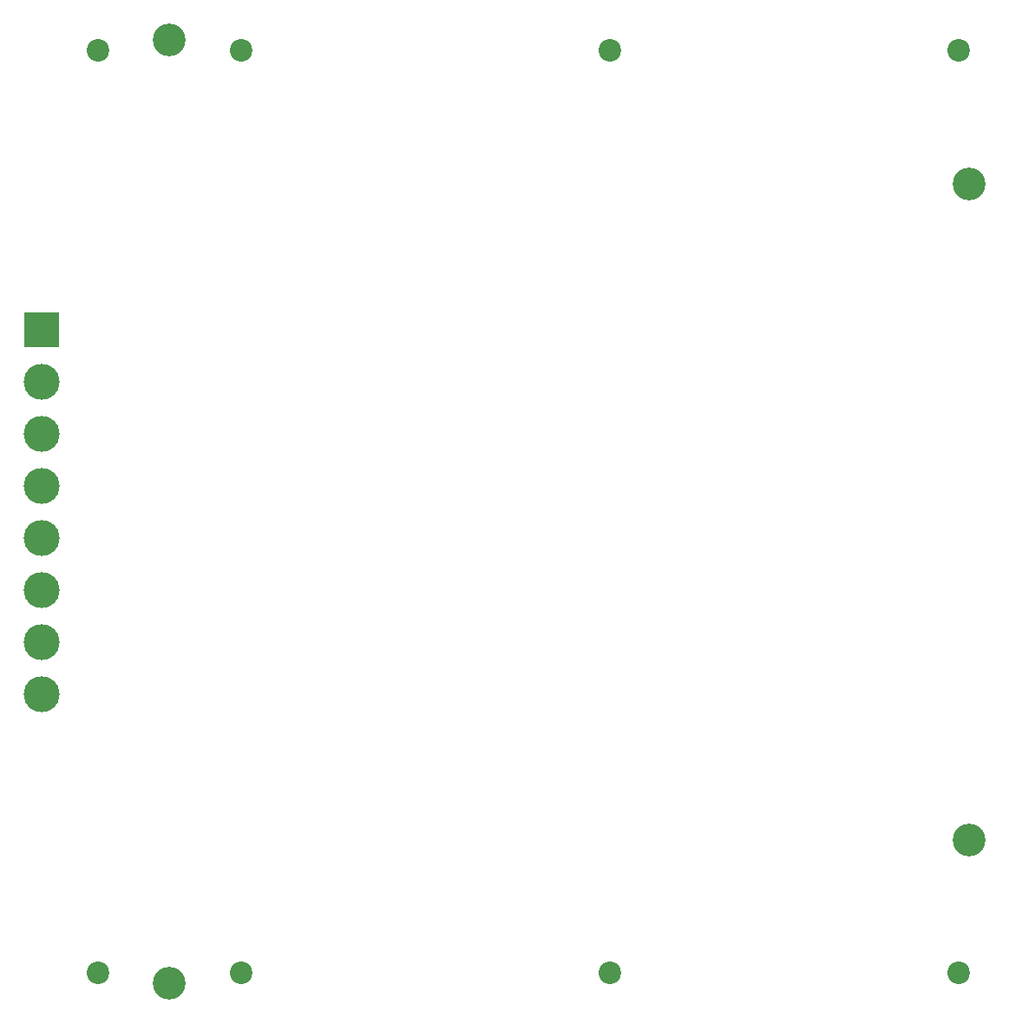
<source format=gbr>
%TF.GenerationSoftware,KiCad,Pcbnew,8.0.3-8.0.3-0~ubuntu22.04.1*%
%TF.CreationDate,2024-10-28T10:53:40+03:00*%
%TF.ProjectId,PM-AI1-W,504d2d41-4931-42d5-972e-6b696361645f,rev?*%
%TF.SameCoordinates,Original*%
%TF.FileFunction,Soldermask,Bot*%
%TF.FilePolarity,Negative*%
%FSLAX46Y46*%
G04 Gerber Fmt 4.6, Leading zero omitted, Abs format (unit mm)*
G04 Created by KiCad (PCBNEW 8.0.3-8.0.3-0~ubuntu22.04.1) date 2024-10-28 10:53:40*
%MOMM*%
%LPD*%
G01*
G04 APERTURE LIST*
%ADD10C,3.200000*%
%ADD11R,3.500000X3.500000*%
%ADD12C,3.500000*%
%ADD13C,2.200000*%
G04 APERTURE END LIST*
D10*
%TO.C,H1*%
X-32000000Y46000000D03*
%TD*%
D11*
%TO.C,J4*%
X-44450000Y17780000D03*
D12*
X-44450000Y12700000D03*
X-44450000Y7620000D03*
X-44450000Y2540000D03*
X-44450000Y-2540000D03*
X-44450000Y-7620000D03*
X-44450000Y-12700000D03*
X-44450000Y-17780000D03*
%TD*%
D13*
%TO.C,U5*%
X-39000000Y45000000D03*
X-39000000Y-45000000D03*
X-25000000Y45000000D03*
X-25000000Y-45000000D03*
%TD*%
D10*
%TO.C,H3*%
X46000000Y-32000000D03*
%TD*%
%TO.C,H2*%
X46000000Y32000000D03*
%TD*%
%TO.C,H4*%
X-32000000Y-46000000D03*
%TD*%
D13*
%TO.C,U2*%
X11000000Y45000000D03*
X11000000Y-45000000D03*
X45000000Y45000000D03*
X45000000Y-45000000D03*
%TD*%
M02*

</source>
